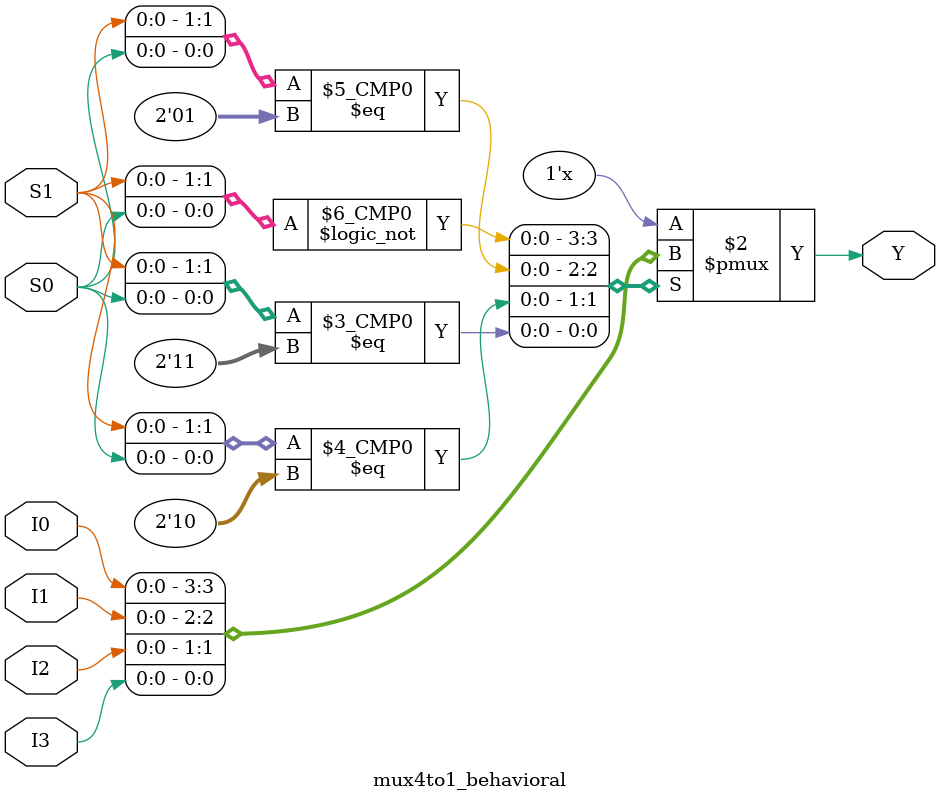
<source format=v>
module mux4to1_behavioral(output reg Y, input I0, I1, I2, I3, input S0, S1);
  always @(*) begin
    case ({S1, S0})
      2'b00: Y = I0;
      2'b01: Y = I1;
      2'b10: Y = I2;
      2'b11: Y = I3;
    endcase
  end
endmodule


</source>
